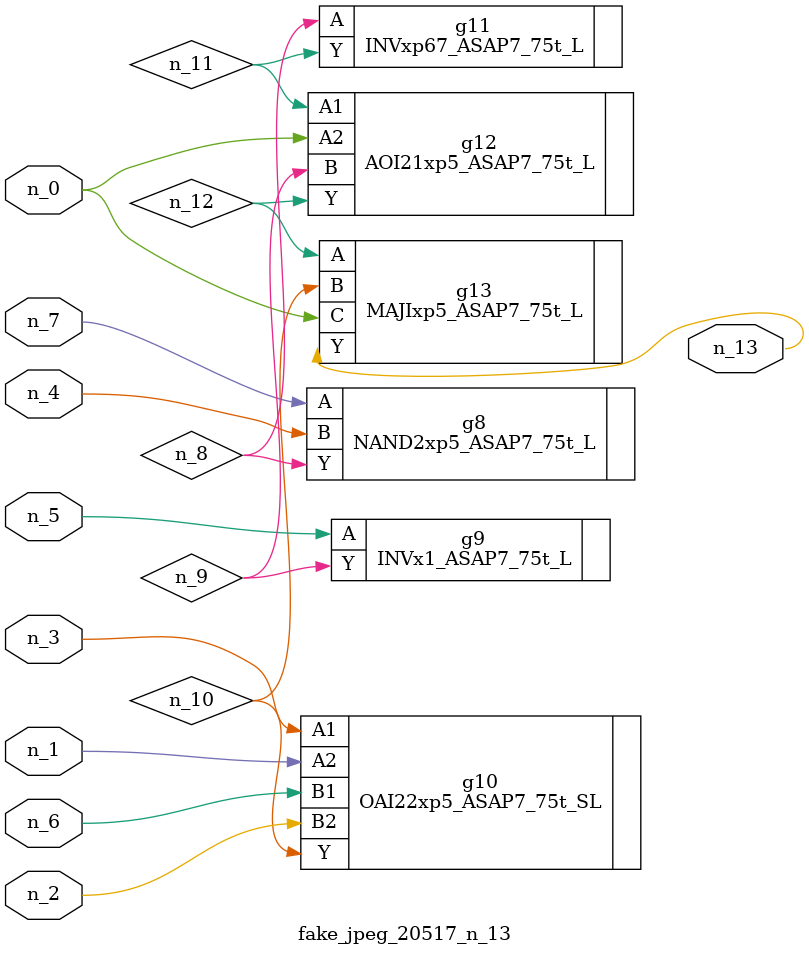
<source format=v>
module fake_jpeg_20517_n_13 (n_3, n_2, n_1, n_0, n_4, n_6, n_5, n_7, n_13);

input n_3;
input n_2;
input n_1;
input n_0;
input n_4;
input n_6;
input n_5;
input n_7;

output n_13;

wire n_11;
wire n_10;
wire n_12;
wire n_8;
wire n_9;

NAND2xp5_ASAP7_75t_L g8 ( 
.A(n_7),
.B(n_4),
.Y(n_8)
);

INVx1_ASAP7_75t_L g9 ( 
.A(n_5),
.Y(n_9)
);

OAI22xp5_ASAP7_75t_SL g10 ( 
.A1(n_3),
.A2(n_1),
.B1(n_6),
.B2(n_2),
.Y(n_10)
);

INVxp67_ASAP7_75t_L g11 ( 
.A(n_8),
.Y(n_11)
);

AOI21xp5_ASAP7_75t_L g12 ( 
.A1(n_11),
.A2(n_0),
.B(n_9),
.Y(n_12)
);

MAJIxp5_ASAP7_75t_L g13 ( 
.A(n_12),
.B(n_10),
.C(n_0),
.Y(n_13)
);


endmodule
</source>
